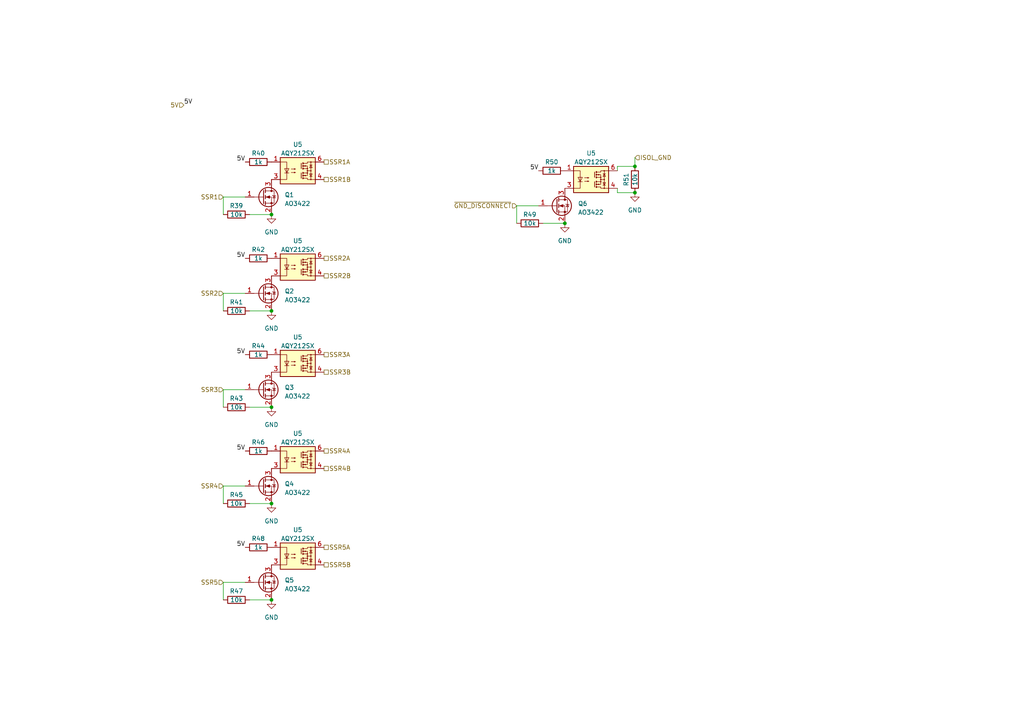
<source format=kicad_sch>
(kicad_sch (version 20230121) (generator eeschema)
  (paper "A4")
  (lib_symbols
    (symbol "Device:Q_NMOS_GSD" (pin_names (offset 0) hide)
      (property "Reference" "Q" (at 5.08 1.27 0))
      (property "Value" "Q_NMOS_GSD" (at 5.08 -1.27 0))
      (symbol "Q_NMOS_GSD_0_1"
        (polyline (pts (xy 0.254 0) (xy -2.54 0)))
        (polyline (pts (xy 0.254 1.905) (xy 0.254 -1.905)) (stroke (width 0.254)))
        (polyline (pts (xy 0.762 -1.27) (xy 0.762 -2.286)) (stroke (width 0.254)))
        (polyline (pts (xy 0.762 0.508) (xy 0.762 -0.508)) (stroke (width 0.254)))
        (polyline (pts (xy 0.762 2.286) (xy 0.762 1.27)) (stroke (width 0.254)))
        (polyline (pts (xy 2.54 2.54) (xy 2.54 1.778)))
        (polyline (pts (xy 2.54 -2.54) (xy 2.54 0) (xy 0.762 0)))
        (polyline (pts (xy 0.762 -1.778) (xy 3.302 -1.778) (xy 3.302 1.778) (xy 0.762 1.778)))
        (polyline (pts (xy 1.016 0) (xy 2.032 0.381) (xy 2.032 -0.381) (xy 1.016 0)) (fill (type outline)))
        (polyline (pts (xy 2.794 0.508) (xy 2.921 0.381) (xy 3.683 0.381) (xy 3.81 0.254)))
        (polyline (pts (xy 3.302 0.381) (xy 2.921 -0.254) (xy 3.683 -0.254) (xy 3.302 0.381)))
        (circle (center 1.651 0) (radius 2.794) (stroke (width 0.254)))
        (circle (center 2.54 -1.778) (radius 0.254) (fill (type outline)))
        (circle (center 2.54 1.778) (radius 0.254) (fill (type outline)))
      )
      (symbol "Q_NMOS_GSD_1_1"
        (pin input line (at -5.08 0 0) (length 2.54) (name "G") (number "1"))
        (pin passive line (at 2.54 -5.08 90) (length 2.54) (name "S") (number "2"))
        (pin passive line (at 2.54 5.08 270) (length 2.54) (name "D") (number "3"))
      )
    )
    (symbol "Device:R" (pin_numbers hide) (pin_names (offset 0))
      (property "Reference" "R" (at 2.032 0 90))
      (property "Value" "R" (at 0 0 90))
      (symbol "R_0_1"
        (rectangle (start -1.016 -2.54) (end 1.016 2.54) (stroke (width 0.254)))
      )
      (symbol "R_1_1"
        (pin passive line (at 0 3.81 270) (length 1.27) (name "~") (number "1"))
        (pin passive line (at 0 -3.81 90) (length 1.27) (name "~") (number "2"))
      )
    )
    (symbol "Relay_SolidState:TLP175A"
      (property "Reference" "U" (at -5.08 4.953 0))
      (property "Value" "TLP175A" (at -5.08 -5.08 0))
      (symbol "TLP175A_0_1"
        (rectangle (start -5.08 3.81) (end 5.08 -3.81) (stroke (width 0.254)) (fill (type background)))
        (polyline (pts (xy -3.81 -0.635) (xy -2.54 -0.635)))
        (polyline (pts (xy 1.016 -0.635) (xy 1.016 -2.159)) (stroke (width 0.2032)))
        (polyline (pts (xy 1.016 2.159) (xy 1.016 0.635)) (stroke (width 0.2032)))
        (polyline (pts (xy 1.524 -0.508) (xy 1.524 -0.762)) (stroke (width 0.3556)))
        (polyline (pts (xy 2.794 0) (xy 3.81 0)))
        (polyline (pts (xy 3.429 -1.651) (xy 4.191 -1.651)))
        (polyline (pts (xy 3.429 1.651) (xy 4.191 1.651)))
        (polyline (pts (xy 3.81 -2.54) (xy 3.81 2.54)))
        (polyline (pts (xy 1.524 -2.032) (xy 1.524 -2.286) (xy 1.524 -2.286)) (stroke (width 0.3556)))
        (polyline (pts (xy 1.524 -1.27) (xy 1.524 -1.524) (xy 1.524 -1.524)) (stroke (width 0.3556)))
        (polyline (pts (xy 1.524 0.762) (xy 1.524 0.508) (xy 1.524 0.508)) (stroke (width 0.3556)))
        (polyline (pts (xy 1.524 1.524) (xy 1.524 1.27) (xy 1.524 1.27)) (stroke (width 0.3556)))
        (polyline (pts (xy 1.524 2.286) (xy 1.524 2.032) (xy 1.524 2.032)) (stroke (width 0.3556)))
        (polyline (pts (xy 1.651 -1.397) (xy 2.794 -1.397) (xy 2.794 -0.635)))
        (polyline (pts (xy 1.651 1.397) (xy 2.794 1.397) (xy 2.794 0.635)))
        (polyline (pts (xy -5.08 2.54) (xy -3.175 2.54) (xy -3.175 -2.54) (xy -5.08 -2.54)))
        (polyline (pts (xy -3.175 -0.635) (xy -3.81 0.635) (xy -2.54 0.635) (xy -3.175 -0.635)))
        (polyline (pts (xy 1.651 -2.159) (xy 2.794 -2.159) (xy 2.794 -2.54) (xy 5.08 -2.54)))
        (polyline (pts (xy 1.651 -0.635) (xy 2.794 -0.635) (xy 2.794 0.635) (xy 1.651 0.635)))
        (polyline (pts (xy 1.651 2.159) (xy 2.794 2.159) (xy 2.794 2.54) (xy 5.08 2.54)))
        (polyline (pts (xy 1.778 -1.397) (xy 2.286 -1.27) (xy 2.286 -1.524) (xy 1.778 -1.397)))
        (polyline (pts (xy 1.778 1.397) (xy 2.286 1.524) (xy 2.286 1.27) (xy 1.778 1.397)))
        (polyline (pts (xy 3.81 -1.651) (xy 3.429 -0.889) (xy 4.191 -0.889) (xy 3.81 -1.651)))
        (polyline (pts (xy 3.81 1.651) (xy 3.429 0.889) (xy 4.191 0.889) (xy 3.81 1.651)))
        (polyline (pts (xy -1.905 -0.508) (xy -0.635 -0.508) (xy -1.016 -0.635) (xy -1.016 -0.381) (xy -0.635 -0.508)))
        (polyline (pts (xy -1.905 0.508) (xy -0.635 0.508) (xy -1.016 0.381) (xy -1.016 0.635) (xy -0.635 0.508)))
        (circle (center 2.794 -0.635) (radius 0.127))
        (circle (center 2.794 0) (radius 0.127))
        (circle (center 2.794 0.635) (radius 0.127))
        (circle (center 3.81 -2.54) (radius 0.127))
        (circle (center 3.81 0) (radius 0.127))
        (circle (center 3.81 2.54) (radius 0.127))
      )
      (symbol "TLP175A_1_1"
        (pin passive line (at -7.62 2.54 0) (length 2.54) (name "~") (number "1"))
        (pin passive line (at -7.62 -2.54 0) (length 2.54) (name "~") (number "3"))
        (pin passive line (at 7.62 -2.54 180) (length 2.54) (name "~") (number "4"))
        (pin passive line (at 7.62 2.54 180) (length 2.54) (name "~") (number "6"))
      )
    )
    (symbol "power:GND" (power) (pin_names (offset 0))
      (property "Value" "GND" (at 0 -3.81 0))
      (symbol "GND_0_1"
        (polyline (pts (xy 0 0) (xy 0 -1.27) (xy 1.27 -1.27) (xy 0 -2.54) (xy -1.27 -1.27) (xy 0 -1.27)))
      )
      (symbol "GND_1_1"
        (pin power_in line (at 0 0 270) (length 0) hide (name "GND") (number "1"))
      )
    )
  )
  (junction (at 163.83 64.77))
  (junction (at 184.15 55.88))
  (junction (at 78.74 173.99))
  (junction (at 78.74 146.05))
  (junction (at 78.74 90.17))
  (junction (at 184.15 48.26))
  (junction (at 78.74 118.11))
  (junction (at 78.74 62.23))
  (wire (pts (xy 179.07 54.61) (xy 179.07 55.88)))
  (wire (pts (xy 179.07 55.88) (xy 184.15 55.88)))
  (wire (pts (xy 64.77 140.97) (xy 64.77 146.05)))
  (wire (pts (xy 64.77 57.15) (xy 64.77 62.23)))
  (wire (pts (xy 179.07 49.53) (xy 179.07 48.26)))
  (wire (pts (xy 149.86 59.69) (xy 149.86 64.77)))
  (wire (pts (xy 72.39 90.17) (xy 78.74 90.17)))
  (wire (pts (xy 179.07 48.26) (xy 184.15 48.26)))
  (wire (pts (xy 71.12 140.97) (xy 64.77 140.97)))
  (wire (pts (xy 72.39 173.99) (xy 78.74 173.99)))
  (wire (pts (xy 64.77 113.03) (xy 64.77 118.11)))
  (wire (pts (xy 72.39 62.23) (xy 78.74 62.23)))
  (wire (pts (xy 71.12 113.03) (xy 64.77 113.03)))
  (wire (pts (xy 64.77 85.09) (xy 64.77 90.17)))
  (wire (pts (xy 184.15 45.72) (xy 184.15 48.26)))
  (wire (pts (xy 71.12 57.15) (xy 64.77 57.15)))
  (wire (pts (xy 72.39 146.05) (xy 78.74 146.05)))
  (wire (pts (xy 156.21 59.69) (xy 149.86 59.69)))
  (wire (pts (xy 72.39 118.11) (xy 78.74 118.11)))
  (wire (pts (xy 71.12 168.91) (xy 64.77 168.91)))
  (wire (pts (xy 71.12 85.09) (xy 64.77 85.09)))
  (wire (pts (xy 64.77 168.91) (xy 64.77 173.99)))
  (wire (pts (xy 157.48 64.77) (xy 163.83 64.77)))
  (label "5V" (at 71.12 102.87 180))
  (label "5V" (at 71.12 74.93 180))
  (label "5V" (at 156.21 49.53 180))
  (label "5V" (at 53.34 30.48 0))
  (label "5V" (at 71.12 158.75 180))
  (label "5V" (at 71.12 46.99 180))
  (label "5V" (at 71.12 130.81 180))
  (hierarchical_label "SSR4" (shape input) (at 64.77 140.97 180))
  (hierarchical_label "SSR5A" (shape passive) (at 93.98 158.75 0))
  (hierarchical_label "SSR1" (shape input) (at 64.77 57.15 180))
  (hierarchical_label "~{GND_DISCONNECT}" (shape input) (at 149.86 59.69 180))
  (hierarchical_label "SSR1B" (shape passive) (at 93.98 52.07 0))
  (hierarchical_label "SSR4B" (shape passive) (at 93.98 135.89 0))
  (hierarchical_label "SSR3B" (shape passive) (at 93.98 107.95 0))
  (hierarchical_label "5V" (shape input) (at 53.34 30.48 180))
  (hierarchical_label "SSR2A" (shape passive) (at 93.98 74.93 0))
  (hierarchical_label "SSR2" (shape input) (at 64.77 85.09 180))
  (hierarchical_label "ISOL_GND" (shape input) (at 184.15 45.72 0))
  (hierarchical_label "SSR1A" (shape passive) (at 93.98 46.99 0))
  (hierarchical_label "SSR5B" (shape passive) (at 93.98 163.83 0))
  (hierarchical_label "SSR2B" (shape passive) (at 93.98 80.01 0))
  (hierarchical_label "SSR3A" (shape passive) (at 93.98 102.87 0))
  (hierarchical_label "SSR4A" (shape passive) (at 93.98 130.81 0))
  (hierarchical_label "SSR3" (shape input) (at 64.77 113.03 180))
  (hierarchical_label "SSR5" (shape input) (at 64.77 168.91 180))
  (symbol (lib_id "Device:Q_NMOS_GSD") (at 161.29 59.69 0) (unit 1)
    (property "Reference" "Q6" (at 167.64 59.055 0) (effects (justify left)))
    (property "Value" "AO3422" (at 167.64 61.595 0) (effects (justify left)))
    (property "Footprint" "Package_TO_SOT_SMD:SOT-23-3" (effects hide))
  )
  (symbol (lib_id "Device:R") (at 74.93 158.75 90) (unit 1)
    (property "Reference" "R48" (at 74.93 156.21 90))
    (property "Value" "1k" (at 74.93 158.75 90))
    (property "Footprint" "Resistor_SMD:R_0402_1005Metric" (effects hide))
  )
  (symbol (lib_id "power:GND") (at 78.74 173.99 0) (unit 1)
    (property "Reference" "#PWR018" (effects hide))
    (property "Value" "GND" (at 78.74 179.07 0))
  )
  (symbol (lib_id "Relay_SolidState:TLP175A") (at 86.36 133.35 0) (unit 1)
    (property "Reference" "U5" (at 86.36 125.73 0))
    (property "Value" "AQY212SX" (at 86.36 128.27 0))
    (property "Footprint" "Package_SO:MFSOP6-4_4.4x3.6mm_P1.27mm" (effects hide))
    (property "Datasheet" "https://toshiba.semicon-storage.com/info/docget.jsp?did=13665&prodName=TLP175A" (effects hide))
    (instances (project "pogoplayground" (path "" (reference "U5") (unit 1)) (path "" (reference "U8") (unit 1))))
  )
  (symbol (lib_id "Device:R") (at 68.58 90.17 90) (unit 1)
    (property "Reference" "R41" (at 68.58 87.63 90))
    (property "Value" "10k" (at 68.58 90.17 90))
    (property "Footprint" "Resistor_SMD:R_0402_1005Metric" (effects hide))
  )
  (symbol (lib_id "Device:Q_NMOS_GSD") (at 76.2 113.03 0) (unit 1)
    (property "Reference" "Q3" (at 82.55 112.395 0) (effects (justify left)))
    (property "Value" "AO3422" (at 82.55 114.935 0) (effects (justify left)))
    (property "Footprint" "Package_TO_SOT_SMD:SOT-23-3" (effects hide))
  )
  (symbol (lib_id "power:GND") (at 78.74 62.23 0) (unit 1)
    (property "Reference" "#PWR014" (effects hide))
    (property "Value" "GND" (at 78.74 67.31 0))
  )
  (symbol (lib_id "Device:Q_NMOS_GSD") (at 76.2 168.91 0) (unit 1)
    (property "Reference" "Q5" (at 82.55 168.275 0) (effects (justify left)))
    (property "Value" "AO3422" (at 82.55 170.815 0) (effects (justify left)))
    (property "Footprint" "Package_TO_SOT_SMD:SOT-23-3" (effects hide))
  )
  (symbol (lib_id "Device:R") (at 184.15 52.07 180) (unit 1)
    (property "Reference" "R51" (at 181.61 52.07 90))
    (property "Value" "10k" (at 184.15 52.07 90))
    (property "Footprint" "Resistor_SMD:R_0402_1005Metric" (effects hide))
  )
  (symbol (lib_id "Device:R") (at 74.93 46.99 90) (unit 1)
    (property "Reference" "R40" (at 74.93 44.45 90))
    (property "Value" "1k" (at 74.93 46.99 90))
    (property "Footprint" "Resistor_SMD:R_0402_1005Metric" (effects hide))
  )
  (symbol (lib_id "Device:R") (at 68.58 146.05 90) (unit 1)
    (property "Reference" "R45" (at 68.58 143.51 90))
    (property "Value" "10k" (at 68.58 146.05 90))
    (property "Footprint" "Resistor_SMD:R_0402_1005Metric" (effects hide))
  )
  (symbol (lib_id "Device:Q_NMOS_GSD") (at 76.2 85.09 0) (unit 1)
    (property "Reference" "Q2" (at 82.55 84.455 0) (effects (justify left)))
    (property "Value" "AO3422" (at 82.55 86.995 0) (effects (justify left)))
    (property "Footprint" "Package_TO_SOT_SMD:SOT-23-3" (effects hide))
  )
  (symbol (lib_id "Device:Q_NMOS_GSD") (at 76.2 140.97 0) (unit 1)
    (property "Reference" "Q4" (at 82.55 140.335 0) (effects (justify left)))
    (property "Value" "AO3422" (at 82.55 142.875 0) (effects (justify left)))
    (property "Footprint" "Package_TO_SOT_SMD:SOT-23-3" (effects hide))
  )
  (symbol (lib_id "Relay_SolidState:TLP175A") (at 86.36 77.47 0) (unit 1)
    (property "Reference" "U5" (at 86.36 69.85 0))
    (property "Value" "AQY212SX" (at 86.36 72.39 0))
    (property "Footprint" "Package_SO:MFSOP6-4_4.4x3.6mm_P1.27mm" (effects hide))
    (property "Datasheet" "https://toshiba.semicon-storage.com/info/docget.jsp?did=13665&prodName=TLP175A" (effects hide))
    (instances (project "pogoplayground" (path "" (reference "U5") (unit 1)) (path "" (reference "U6") (unit 1))))
  )
  (symbol (lib_id "Device:R") (at 74.93 130.81 90) (unit 1)
    (property "Reference" "R46" (at 74.93 128.27 90))
    (property "Value" "1k" (at 74.93 130.81 90))
    (property "Footprint" "Resistor_SMD:R_0402_1005Metric" (effects hide))
  )
  (symbol (lib_id "Device:R") (at 160.02 49.53 90) (unit 1)
    (property "Reference" "R50" (at 160.02 46.99 90))
    (property "Value" "1k" (at 160.02 49.53 90))
    (property "Footprint" "Resistor_SMD:R_0402_1005Metric" (effects hide))
  )
  (symbol (lib_id "Device:R") (at 68.58 118.11 90) (unit 1)
    (property "Reference" "R43" (at 68.58 115.57 90))
    (property "Value" "10k" (at 68.58 118.11 90))
    (property "Footprint" "Resistor_SMD:R_0402_1005Metric" (effects hide))
  )
  (symbol (lib_id "Relay_SolidState:TLP175A") (at 171.45 52.07 0) (unit 1)
    (property "Reference" "U5" (at 171.45 44.45 0))
    (property "Value" "AQY212SX" (at 171.45 46.99 0))
    (property "Footprint" "Package_SO:MFSOP6-4_4.4x3.6mm_P1.27mm" (effects hide))
    (property "Datasheet" "https://toshiba.semicon-storage.com/info/docget.jsp?did=13665&prodName=TLP175A" (effects hide))
    (instances (project "pogoplayground" (path "" (reference "U5") (unit 1)) (path "" (reference "U10") (unit 1))))
  )
  (symbol (lib_id "Device:R") (at 153.67 64.77 90) (unit 1)
    (property "Reference" "R49" (at 153.67 62.23 90))
    (property "Value" "10k" (at 153.67 64.77 90))
    (property "Footprint" "Resistor_SMD:R_0402_1005Metric" (effects hide))
  )
  (symbol (lib_id "Relay_SolidState:TLP175A") (at 86.36 105.41 0) (unit 1)
    (property "Reference" "U5" (at 86.36 97.79 0))
    (property "Value" "AQY212SX" (at 86.36 100.33 0))
    (property "Footprint" "Package_SO:MFSOP6-4_4.4x3.6mm_P1.27mm" (effects hide))
    (property "Datasheet" "https://toshiba.semicon-storage.com/info/docget.jsp?did=13665&prodName=TLP175A" (effects hide))
    (instances (project "pogoplayground" (path "" (reference "U5") (unit 1)) (path "" (reference "U7") (unit 1))))
  )
  (symbol (lib_id "power:GND") (at 78.74 146.05 0) (unit 1)
    (property "Reference" "#PWR017" (effects hide))
    (property "Value" "GND" (at 78.74 151.13 0))
  )
  (symbol (lib_id "Relay_SolidState:TLP175A") (at 86.36 49.53 0) (unit 1)
    (property "Reference" "U5" (at 86.36 41.91 0))
    (property "Value" "AQY212SX" (at 86.36 44.45 0))
    (property "Footprint" "Package_SO:MFSOP6-4_4.4x3.6mm_P1.27mm" (effects hide))
    (property "Datasheet" "https://toshiba.semicon-storage.com/info/docget.jsp?did=13665&prodName=TLP175A" (effects hide))
  )
  (symbol (lib_id "Device:R") (at 68.58 173.99 90) (unit 1)
    (property "Reference" "R47" (at 68.58 171.45 90))
    (property "Value" "10k" (at 68.58 173.99 90))
    (property "Footprint" "Resistor_SMD:R_0402_1005Metric" (effects hide))
  )
  (symbol (lib_id "power:GND") (at 78.74 90.17 0) (unit 1)
    (property "Reference" "#PWR015" (effects hide))
    (property "Value" "GND" (at 78.74 95.25 0))
  )
  (symbol (lib_id "Device:R") (at 74.93 102.87 90) (unit 1)
    (property "Reference" "R44" (at 74.93 100.33 90))
    (property "Value" "1k" (at 74.93 102.87 90))
    (property "Footprint" "Resistor_SMD:R_0402_1005Metric" (effects hide))
  )
  (symbol (lib_id "Relay_SolidState:TLP175A") (at 86.36 161.29 0) (unit 1)
    (property "Reference" "U5" (at 86.36 153.67 0))
    (property "Value" "AQY212SX" (at 86.36 156.21 0))
    (property "Footprint" "Package_SO:MFSOP6-4_4.4x3.6mm_P1.27mm" (effects hide))
    (property "Datasheet" "https://toshiba.semicon-storage.com/info/docget.jsp?did=13665&prodName=TLP175A" (effects hide))
    (instances (project "pogoplayground" (path "" (reference "U5") (unit 1)) (path "" (reference "U9") (unit 1))))
  )
  (symbol (lib_id "power:GND") (at 184.15 55.88 0) (unit 1)
    (property "Reference" "#PWR020" (effects hide))
    (property "Value" "GND" (at 184.15 60.96 0))
  )
  (symbol (lib_id "Device:R") (at 74.93 74.93 90) (unit 1)
    (property "Reference" "R42" (at 74.93 72.39 90))
    (property "Value" "1k" (at 74.93 74.93 90))
    (property "Footprint" "Resistor_SMD:R_0402_1005Metric" (effects hide))
  )
  (symbol (lib_id "Device:Q_NMOS_GSD") (at 76.2 57.15 0) (unit 1)
    (property "Reference" "Q1" (at 82.55 56.515 0) (effects (justify left)))
    (property "Value" "AO3422" (at 82.55 59.055 0) (effects (justify left)))
    (property "Footprint" "Package_TO_SOT_SMD:SOT-23-3" (effects hide))
  )
  (symbol (lib_id "power:GND") (at 78.74 118.11 0) (unit 1)
    (property "Reference" "#PWR016" (effects hide))
    (property "Value" "GND" (at 78.74 123.19 0))
  )
  (symbol (lib_id "Device:R") (at 68.58 62.23 90) (unit 1)
    (property "Reference" "R39" (at 68.58 59.69 90))
    (property "Value" "10k" (at 68.58 62.23 90))
    (property "Footprint" "Resistor_SMD:R_0402_1005Metric" (effects hide))
  )
  (symbol (lib_id "power:GND") (at 163.83 64.77 0) (unit 1)
    (property "Reference" "#PWR019" (effects hide))
    (property "Value" "GND" (at 163.83 69.85 0))
  )
)
</source>
